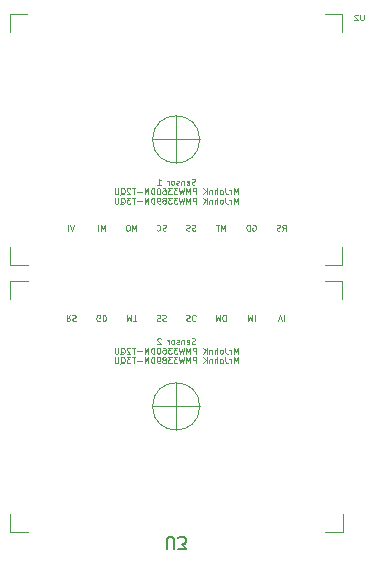
<source format=gbr>
%TF.GenerationSoftware,KiCad,Pcbnew,(6.0.9-0)*%
%TF.CreationDate,2022-12-21T15:53:10-08:00*%
%TF.ProjectId,trackball,74726163-6b62-4616-9c6c-2e6b69636164,v01*%
%TF.SameCoordinates,Original*%
%TF.FileFunction,Legend,Bot*%
%TF.FilePolarity,Positive*%
%FSLAX46Y46*%
G04 Gerber Fmt 4.6, Leading zero omitted, Abs format (unit mm)*
G04 Created by KiCad (PCBNEW (6.0.9-0)) date 2022-12-21 15:53:10*
%MOMM*%
%LPD*%
G01*
G04 APERTURE LIST*
%ADD10C,0.100000*%
%ADD11C,0.125000*%
%ADD12C,0.150000*%
%ADD13C,0.120000*%
G04 APERTURE END LIST*
D10*
X146095238Y-152297380D02*
X146023809Y-152321190D01*
X145904761Y-152321190D01*
X145857142Y-152297380D01*
X145833333Y-152273571D01*
X145809523Y-152225952D01*
X145809523Y-152178333D01*
X145833333Y-152130714D01*
X145857142Y-152106904D01*
X145904761Y-152083095D01*
X146000000Y-152059285D01*
X146047619Y-152035476D01*
X146071428Y-152011666D01*
X146095238Y-151964047D01*
X146095238Y-151916428D01*
X146071428Y-151868809D01*
X146047619Y-151845000D01*
X146000000Y-151821190D01*
X145880952Y-151821190D01*
X145809523Y-151845000D01*
X145404761Y-152297380D02*
X145452380Y-152321190D01*
X145547619Y-152321190D01*
X145595238Y-152297380D01*
X145619047Y-152249761D01*
X145619047Y-152059285D01*
X145595238Y-152011666D01*
X145547619Y-151987857D01*
X145452380Y-151987857D01*
X145404761Y-152011666D01*
X145380952Y-152059285D01*
X145380952Y-152106904D01*
X145619047Y-152154523D01*
X145166666Y-151987857D02*
X145166666Y-152321190D01*
X145166666Y-152035476D02*
X145142857Y-152011666D01*
X145095238Y-151987857D01*
X145023809Y-151987857D01*
X144976190Y-152011666D01*
X144952380Y-152059285D01*
X144952380Y-152321190D01*
X144738095Y-152297380D02*
X144690476Y-152321190D01*
X144595238Y-152321190D01*
X144547619Y-152297380D01*
X144523809Y-152249761D01*
X144523809Y-152225952D01*
X144547619Y-152178333D01*
X144595238Y-152154523D01*
X144666666Y-152154523D01*
X144714285Y-152130714D01*
X144738095Y-152083095D01*
X144738095Y-152059285D01*
X144714285Y-152011666D01*
X144666666Y-151987857D01*
X144595238Y-151987857D01*
X144547619Y-152011666D01*
X144238095Y-152321190D02*
X144285714Y-152297380D01*
X144309523Y-152273571D01*
X144333333Y-152225952D01*
X144333333Y-152083095D01*
X144309523Y-152035476D01*
X144285714Y-152011666D01*
X144238095Y-151987857D01*
X144166666Y-151987857D01*
X144119047Y-152011666D01*
X144095238Y-152035476D01*
X144071428Y-152083095D01*
X144071428Y-152225952D01*
X144095238Y-152273571D01*
X144119047Y-152297380D01*
X144166666Y-152321190D01*
X144238095Y-152321190D01*
X143857142Y-152321190D02*
X143857142Y-151987857D01*
X143857142Y-152083095D02*
X143833333Y-152035476D01*
X143809523Y-152011666D01*
X143761904Y-151987857D01*
X143714285Y-151987857D01*
X143190476Y-151868809D02*
X143166666Y-151845000D01*
X143119047Y-151821190D01*
X143000000Y-151821190D01*
X142952380Y-151845000D01*
X142928571Y-151868809D01*
X142904761Y-151916428D01*
X142904761Y-151964047D01*
X142928571Y-152035476D01*
X143214285Y-152321190D01*
X142904761Y-152321190D01*
X149702380Y-153126190D02*
X149702380Y-152626190D01*
X149535714Y-152983333D01*
X149369047Y-152626190D01*
X149369047Y-153126190D01*
X149130952Y-153126190D02*
X149130952Y-152792857D01*
X149130952Y-152888095D02*
X149107142Y-152840476D01*
X149083333Y-152816666D01*
X149035714Y-152792857D01*
X148988095Y-152792857D01*
X148678571Y-152626190D02*
X148678571Y-152983333D01*
X148702380Y-153054761D01*
X148750000Y-153102380D01*
X148821428Y-153126190D01*
X148869047Y-153126190D01*
X148369047Y-153126190D02*
X148416666Y-153102380D01*
X148440476Y-153078571D01*
X148464285Y-153030952D01*
X148464285Y-152888095D01*
X148440476Y-152840476D01*
X148416666Y-152816666D01*
X148369047Y-152792857D01*
X148297619Y-152792857D01*
X148250000Y-152816666D01*
X148226190Y-152840476D01*
X148202380Y-152888095D01*
X148202380Y-153030952D01*
X148226190Y-153078571D01*
X148250000Y-153102380D01*
X148297619Y-153126190D01*
X148369047Y-153126190D01*
X147988095Y-153126190D02*
X147988095Y-152626190D01*
X147773809Y-153126190D02*
X147773809Y-152864285D01*
X147797619Y-152816666D01*
X147845238Y-152792857D01*
X147916666Y-152792857D01*
X147964285Y-152816666D01*
X147988095Y-152840476D01*
X147535714Y-152792857D02*
X147535714Y-153126190D01*
X147535714Y-152840476D02*
X147511904Y-152816666D01*
X147464285Y-152792857D01*
X147392857Y-152792857D01*
X147345238Y-152816666D01*
X147321428Y-152864285D01*
X147321428Y-153126190D01*
X147083333Y-153126190D02*
X147083333Y-152626190D01*
X146797619Y-153126190D02*
X147011904Y-152840476D01*
X146797619Y-152626190D02*
X147083333Y-152911904D01*
X146202380Y-153126190D02*
X146202380Y-152626190D01*
X146011904Y-152626190D01*
X145964285Y-152650000D01*
X145940476Y-152673809D01*
X145916666Y-152721428D01*
X145916666Y-152792857D01*
X145940476Y-152840476D01*
X145964285Y-152864285D01*
X146011904Y-152888095D01*
X146202380Y-152888095D01*
X145702380Y-153126190D02*
X145702380Y-152626190D01*
X145535714Y-152983333D01*
X145369047Y-152626190D01*
X145369047Y-153126190D01*
X145178571Y-152626190D02*
X145059523Y-153126190D01*
X144964285Y-152769047D01*
X144869047Y-153126190D01*
X144750000Y-152626190D01*
X144607142Y-152626190D02*
X144297619Y-152626190D01*
X144464285Y-152816666D01*
X144392857Y-152816666D01*
X144345238Y-152840476D01*
X144321428Y-152864285D01*
X144297619Y-152911904D01*
X144297619Y-153030952D01*
X144321428Y-153078571D01*
X144345238Y-153102380D01*
X144392857Y-153126190D01*
X144535714Y-153126190D01*
X144583333Y-153102380D01*
X144607142Y-153078571D01*
X144130952Y-152626190D02*
X143821428Y-152626190D01*
X143988095Y-152816666D01*
X143916666Y-152816666D01*
X143869047Y-152840476D01*
X143845238Y-152864285D01*
X143821428Y-152911904D01*
X143821428Y-153030952D01*
X143845238Y-153078571D01*
X143869047Y-153102380D01*
X143916666Y-153126190D01*
X144059523Y-153126190D01*
X144107142Y-153102380D01*
X144130952Y-153078571D01*
X143392857Y-152626190D02*
X143488095Y-152626190D01*
X143535714Y-152650000D01*
X143559523Y-152673809D01*
X143607142Y-152745238D01*
X143630952Y-152840476D01*
X143630952Y-153030952D01*
X143607142Y-153078571D01*
X143583333Y-153102380D01*
X143535714Y-153126190D01*
X143440476Y-153126190D01*
X143392857Y-153102380D01*
X143369047Y-153078571D01*
X143345238Y-153030952D01*
X143345238Y-152911904D01*
X143369047Y-152864285D01*
X143392857Y-152840476D01*
X143440476Y-152816666D01*
X143535714Y-152816666D01*
X143583333Y-152840476D01*
X143607142Y-152864285D01*
X143630952Y-152911904D01*
X143035714Y-152626190D02*
X142988095Y-152626190D01*
X142940476Y-152650000D01*
X142916666Y-152673809D01*
X142892857Y-152721428D01*
X142869047Y-152816666D01*
X142869047Y-152935714D01*
X142892857Y-153030952D01*
X142916666Y-153078571D01*
X142940476Y-153102380D01*
X142988095Y-153126190D01*
X143035714Y-153126190D01*
X143083333Y-153102380D01*
X143107142Y-153078571D01*
X143130952Y-153030952D01*
X143154761Y-152935714D01*
X143154761Y-152816666D01*
X143130952Y-152721428D01*
X143107142Y-152673809D01*
X143083333Y-152650000D01*
X143035714Y-152626190D01*
X142654761Y-153126190D02*
X142654761Y-152626190D01*
X142535714Y-152626190D01*
X142464285Y-152650000D01*
X142416666Y-152697619D01*
X142392857Y-152745238D01*
X142369047Y-152840476D01*
X142369047Y-152911904D01*
X142392857Y-153007142D01*
X142416666Y-153054761D01*
X142464285Y-153102380D01*
X142535714Y-153126190D01*
X142654761Y-153126190D01*
X142154761Y-153126190D02*
X142154761Y-152626190D01*
X141988095Y-152983333D01*
X141821428Y-152626190D01*
X141821428Y-153126190D01*
X141583333Y-152935714D02*
X141202380Y-152935714D01*
X141035714Y-152626190D02*
X140750000Y-152626190D01*
X140892857Y-153126190D02*
X140892857Y-152626190D01*
X140607142Y-152673809D02*
X140583333Y-152650000D01*
X140535714Y-152626190D01*
X140416666Y-152626190D01*
X140369047Y-152650000D01*
X140345238Y-152673809D01*
X140321428Y-152721428D01*
X140321428Y-152769047D01*
X140345238Y-152840476D01*
X140630952Y-153126190D01*
X140321428Y-153126190D01*
X139773809Y-153173809D02*
X139821428Y-153150000D01*
X139869047Y-153102380D01*
X139940476Y-153030952D01*
X139988095Y-153007142D01*
X140035714Y-153007142D01*
X140011904Y-153126190D02*
X140059523Y-153102380D01*
X140107142Y-153054761D01*
X140130952Y-152959523D01*
X140130952Y-152792857D01*
X140107142Y-152697619D01*
X140059523Y-152650000D01*
X140011904Y-152626190D01*
X139916666Y-152626190D01*
X139869047Y-152650000D01*
X139821428Y-152697619D01*
X139797619Y-152792857D01*
X139797619Y-152959523D01*
X139821428Y-153054761D01*
X139869047Y-153102380D01*
X139916666Y-153126190D01*
X140011904Y-153126190D01*
X139583333Y-152626190D02*
X139583333Y-153030952D01*
X139559523Y-153078571D01*
X139535714Y-153102380D01*
X139488095Y-153126190D01*
X139392857Y-153126190D01*
X139345238Y-153102380D01*
X139321428Y-153078571D01*
X139297619Y-153030952D01*
X139297619Y-152626190D01*
X149702380Y-153931190D02*
X149702380Y-153431190D01*
X149535714Y-153788333D01*
X149369047Y-153431190D01*
X149369047Y-153931190D01*
X149130952Y-153931190D02*
X149130952Y-153597857D01*
X149130952Y-153693095D02*
X149107142Y-153645476D01*
X149083333Y-153621666D01*
X149035714Y-153597857D01*
X148988095Y-153597857D01*
X148678571Y-153431190D02*
X148678571Y-153788333D01*
X148702380Y-153859761D01*
X148750000Y-153907380D01*
X148821428Y-153931190D01*
X148869047Y-153931190D01*
X148369047Y-153931190D02*
X148416666Y-153907380D01*
X148440476Y-153883571D01*
X148464285Y-153835952D01*
X148464285Y-153693095D01*
X148440476Y-153645476D01*
X148416666Y-153621666D01*
X148369047Y-153597857D01*
X148297619Y-153597857D01*
X148250000Y-153621666D01*
X148226190Y-153645476D01*
X148202380Y-153693095D01*
X148202380Y-153835952D01*
X148226190Y-153883571D01*
X148250000Y-153907380D01*
X148297619Y-153931190D01*
X148369047Y-153931190D01*
X147988095Y-153931190D02*
X147988095Y-153431190D01*
X147773809Y-153931190D02*
X147773809Y-153669285D01*
X147797619Y-153621666D01*
X147845238Y-153597857D01*
X147916666Y-153597857D01*
X147964285Y-153621666D01*
X147988095Y-153645476D01*
X147535714Y-153597857D02*
X147535714Y-153931190D01*
X147535714Y-153645476D02*
X147511904Y-153621666D01*
X147464285Y-153597857D01*
X147392857Y-153597857D01*
X147345238Y-153621666D01*
X147321428Y-153669285D01*
X147321428Y-153931190D01*
X147083333Y-153931190D02*
X147083333Y-153431190D01*
X146797619Y-153931190D02*
X147011904Y-153645476D01*
X146797619Y-153431190D02*
X147083333Y-153716904D01*
X146202380Y-153931190D02*
X146202380Y-153431190D01*
X146011904Y-153431190D01*
X145964285Y-153455000D01*
X145940476Y-153478809D01*
X145916666Y-153526428D01*
X145916666Y-153597857D01*
X145940476Y-153645476D01*
X145964285Y-153669285D01*
X146011904Y-153693095D01*
X146202380Y-153693095D01*
X145702380Y-153931190D02*
X145702380Y-153431190D01*
X145535714Y-153788333D01*
X145369047Y-153431190D01*
X145369047Y-153931190D01*
X145178571Y-153431190D02*
X145059523Y-153931190D01*
X144964285Y-153574047D01*
X144869047Y-153931190D01*
X144750000Y-153431190D01*
X144607142Y-153431190D02*
X144297619Y-153431190D01*
X144464285Y-153621666D01*
X144392857Y-153621666D01*
X144345238Y-153645476D01*
X144321428Y-153669285D01*
X144297619Y-153716904D01*
X144297619Y-153835952D01*
X144321428Y-153883571D01*
X144345238Y-153907380D01*
X144392857Y-153931190D01*
X144535714Y-153931190D01*
X144583333Y-153907380D01*
X144607142Y-153883571D01*
X144130952Y-153431190D02*
X143821428Y-153431190D01*
X143988095Y-153621666D01*
X143916666Y-153621666D01*
X143869047Y-153645476D01*
X143845238Y-153669285D01*
X143821428Y-153716904D01*
X143821428Y-153835952D01*
X143845238Y-153883571D01*
X143869047Y-153907380D01*
X143916666Y-153931190D01*
X144059523Y-153931190D01*
X144107142Y-153907380D01*
X144130952Y-153883571D01*
X143535714Y-153645476D02*
X143583333Y-153621666D01*
X143607142Y-153597857D01*
X143630952Y-153550238D01*
X143630952Y-153526428D01*
X143607142Y-153478809D01*
X143583333Y-153455000D01*
X143535714Y-153431190D01*
X143440476Y-153431190D01*
X143392857Y-153455000D01*
X143369047Y-153478809D01*
X143345238Y-153526428D01*
X143345238Y-153550238D01*
X143369047Y-153597857D01*
X143392857Y-153621666D01*
X143440476Y-153645476D01*
X143535714Y-153645476D01*
X143583333Y-153669285D01*
X143607142Y-153693095D01*
X143630952Y-153740714D01*
X143630952Y-153835952D01*
X143607142Y-153883571D01*
X143583333Y-153907380D01*
X143535714Y-153931190D01*
X143440476Y-153931190D01*
X143392857Y-153907380D01*
X143369047Y-153883571D01*
X143345238Y-153835952D01*
X143345238Y-153740714D01*
X143369047Y-153693095D01*
X143392857Y-153669285D01*
X143440476Y-153645476D01*
X143107142Y-153931190D02*
X143011904Y-153931190D01*
X142964285Y-153907380D01*
X142940476Y-153883571D01*
X142892857Y-153812142D01*
X142869047Y-153716904D01*
X142869047Y-153526428D01*
X142892857Y-153478809D01*
X142916666Y-153455000D01*
X142964285Y-153431190D01*
X143059523Y-153431190D01*
X143107142Y-153455000D01*
X143130952Y-153478809D01*
X143154761Y-153526428D01*
X143154761Y-153645476D01*
X143130952Y-153693095D01*
X143107142Y-153716904D01*
X143059523Y-153740714D01*
X142964285Y-153740714D01*
X142916666Y-153716904D01*
X142892857Y-153693095D01*
X142869047Y-153645476D01*
X142654761Y-153931190D02*
X142654761Y-153431190D01*
X142535714Y-153431190D01*
X142464285Y-153455000D01*
X142416666Y-153502619D01*
X142392857Y-153550238D01*
X142369047Y-153645476D01*
X142369047Y-153716904D01*
X142392857Y-153812142D01*
X142416666Y-153859761D01*
X142464285Y-153907380D01*
X142535714Y-153931190D01*
X142654761Y-153931190D01*
X142154761Y-153931190D02*
X142154761Y-153431190D01*
X141988095Y-153788333D01*
X141821428Y-153431190D01*
X141821428Y-153931190D01*
X141583333Y-153740714D02*
X141202380Y-153740714D01*
X141035714Y-153431190D02*
X140750000Y-153431190D01*
X140892857Y-153931190D02*
X140892857Y-153431190D01*
X140630952Y-153431190D02*
X140321428Y-153431190D01*
X140488095Y-153621666D01*
X140416666Y-153621666D01*
X140369047Y-153645476D01*
X140345238Y-153669285D01*
X140321428Y-153716904D01*
X140321428Y-153835952D01*
X140345238Y-153883571D01*
X140369047Y-153907380D01*
X140416666Y-153931190D01*
X140559523Y-153931190D01*
X140607142Y-153907380D01*
X140630952Y-153883571D01*
X139773809Y-153978809D02*
X139821428Y-153955000D01*
X139869047Y-153907380D01*
X139940476Y-153835952D01*
X139988095Y-153812142D01*
X140035714Y-153812142D01*
X140011904Y-153931190D02*
X140059523Y-153907380D01*
X140107142Y-153859761D01*
X140130952Y-153764523D01*
X140130952Y-153597857D01*
X140107142Y-153502619D01*
X140059523Y-153455000D01*
X140011904Y-153431190D01*
X139916666Y-153431190D01*
X139869047Y-153455000D01*
X139821428Y-153502619D01*
X139797619Y-153597857D01*
X139797619Y-153764523D01*
X139821428Y-153859761D01*
X139869047Y-153907380D01*
X139916666Y-153931190D01*
X140011904Y-153931190D01*
X139583333Y-153431190D02*
X139583333Y-153835952D01*
X139559523Y-153883571D01*
X139535714Y-153907380D01*
X139488095Y-153931190D01*
X139392857Y-153931190D01*
X139345238Y-153907380D01*
X139321428Y-153883571D01*
X139297619Y-153835952D01*
X139297619Y-153431190D01*
X146095238Y-138797380D02*
X146023809Y-138821190D01*
X145904761Y-138821190D01*
X145857142Y-138797380D01*
X145833333Y-138773571D01*
X145809523Y-138725952D01*
X145809523Y-138678333D01*
X145833333Y-138630714D01*
X145857142Y-138606904D01*
X145904761Y-138583095D01*
X146000000Y-138559285D01*
X146047619Y-138535476D01*
X146071428Y-138511666D01*
X146095238Y-138464047D01*
X146095238Y-138416428D01*
X146071428Y-138368809D01*
X146047619Y-138345000D01*
X146000000Y-138321190D01*
X145880952Y-138321190D01*
X145809523Y-138345000D01*
X145404761Y-138797380D02*
X145452380Y-138821190D01*
X145547619Y-138821190D01*
X145595238Y-138797380D01*
X145619047Y-138749761D01*
X145619047Y-138559285D01*
X145595238Y-138511666D01*
X145547619Y-138487857D01*
X145452380Y-138487857D01*
X145404761Y-138511666D01*
X145380952Y-138559285D01*
X145380952Y-138606904D01*
X145619047Y-138654523D01*
X145166666Y-138487857D02*
X145166666Y-138821190D01*
X145166666Y-138535476D02*
X145142857Y-138511666D01*
X145095238Y-138487857D01*
X145023809Y-138487857D01*
X144976190Y-138511666D01*
X144952380Y-138559285D01*
X144952380Y-138821190D01*
X144738095Y-138797380D02*
X144690476Y-138821190D01*
X144595238Y-138821190D01*
X144547619Y-138797380D01*
X144523809Y-138749761D01*
X144523809Y-138725952D01*
X144547619Y-138678333D01*
X144595238Y-138654523D01*
X144666666Y-138654523D01*
X144714285Y-138630714D01*
X144738095Y-138583095D01*
X144738095Y-138559285D01*
X144714285Y-138511666D01*
X144666666Y-138487857D01*
X144595238Y-138487857D01*
X144547619Y-138511666D01*
X144238095Y-138821190D02*
X144285714Y-138797380D01*
X144309523Y-138773571D01*
X144333333Y-138725952D01*
X144333333Y-138583095D01*
X144309523Y-138535476D01*
X144285714Y-138511666D01*
X144238095Y-138487857D01*
X144166666Y-138487857D01*
X144119047Y-138511666D01*
X144095238Y-138535476D01*
X144071428Y-138583095D01*
X144071428Y-138725952D01*
X144095238Y-138773571D01*
X144119047Y-138797380D01*
X144166666Y-138821190D01*
X144238095Y-138821190D01*
X143857142Y-138821190D02*
X143857142Y-138487857D01*
X143857142Y-138583095D02*
X143833333Y-138535476D01*
X143809523Y-138511666D01*
X143761904Y-138487857D01*
X143714285Y-138487857D01*
X142904761Y-138821190D02*
X143190476Y-138821190D01*
X143047619Y-138821190D02*
X143047619Y-138321190D01*
X143095238Y-138392619D01*
X143142857Y-138440238D01*
X143190476Y-138464047D01*
X149702380Y-139626190D02*
X149702380Y-139126190D01*
X149535714Y-139483333D01*
X149369047Y-139126190D01*
X149369047Y-139626190D01*
X149130952Y-139626190D02*
X149130952Y-139292857D01*
X149130952Y-139388095D02*
X149107142Y-139340476D01*
X149083333Y-139316666D01*
X149035714Y-139292857D01*
X148988095Y-139292857D01*
X148678571Y-139126190D02*
X148678571Y-139483333D01*
X148702380Y-139554761D01*
X148750000Y-139602380D01*
X148821428Y-139626190D01*
X148869047Y-139626190D01*
X148369047Y-139626190D02*
X148416666Y-139602380D01*
X148440476Y-139578571D01*
X148464285Y-139530952D01*
X148464285Y-139388095D01*
X148440476Y-139340476D01*
X148416666Y-139316666D01*
X148369047Y-139292857D01*
X148297619Y-139292857D01*
X148250000Y-139316666D01*
X148226190Y-139340476D01*
X148202380Y-139388095D01*
X148202380Y-139530952D01*
X148226190Y-139578571D01*
X148250000Y-139602380D01*
X148297619Y-139626190D01*
X148369047Y-139626190D01*
X147988095Y-139626190D02*
X147988095Y-139126190D01*
X147773809Y-139626190D02*
X147773809Y-139364285D01*
X147797619Y-139316666D01*
X147845238Y-139292857D01*
X147916666Y-139292857D01*
X147964285Y-139316666D01*
X147988095Y-139340476D01*
X147535714Y-139292857D02*
X147535714Y-139626190D01*
X147535714Y-139340476D02*
X147511904Y-139316666D01*
X147464285Y-139292857D01*
X147392857Y-139292857D01*
X147345238Y-139316666D01*
X147321428Y-139364285D01*
X147321428Y-139626190D01*
X147083333Y-139626190D02*
X147083333Y-139126190D01*
X146797619Y-139626190D02*
X147011904Y-139340476D01*
X146797619Y-139126190D02*
X147083333Y-139411904D01*
X146202380Y-139626190D02*
X146202380Y-139126190D01*
X146011904Y-139126190D01*
X145964285Y-139150000D01*
X145940476Y-139173809D01*
X145916666Y-139221428D01*
X145916666Y-139292857D01*
X145940476Y-139340476D01*
X145964285Y-139364285D01*
X146011904Y-139388095D01*
X146202380Y-139388095D01*
X145702380Y-139626190D02*
X145702380Y-139126190D01*
X145535714Y-139483333D01*
X145369047Y-139126190D01*
X145369047Y-139626190D01*
X145178571Y-139126190D02*
X145059523Y-139626190D01*
X144964285Y-139269047D01*
X144869047Y-139626190D01*
X144750000Y-139126190D01*
X144607142Y-139126190D02*
X144297619Y-139126190D01*
X144464285Y-139316666D01*
X144392857Y-139316666D01*
X144345238Y-139340476D01*
X144321428Y-139364285D01*
X144297619Y-139411904D01*
X144297619Y-139530952D01*
X144321428Y-139578571D01*
X144345238Y-139602380D01*
X144392857Y-139626190D01*
X144535714Y-139626190D01*
X144583333Y-139602380D01*
X144607142Y-139578571D01*
X144130952Y-139126190D02*
X143821428Y-139126190D01*
X143988095Y-139316666D01*
X143916666Y-139316666D01*
X143869047Y-139340476D01*
X143845238Y-139364285D01*
X143821428Y-139411904D01*
X143821428Y-139530952D01*
X143845238Y-139578571D01*
X143869047Y-139602380D01*
X143916666Y-139626190D01*
X144059523Y-139626190D01*
X144107142Y-139602380D01*
X144130952Y-139578571D01*
X143392857Y-139126190D02*
X143488095Y-139126190D01*
X143535714Y-139150000D01*
X143559523Y-139173809D01*
X143607142Y-139245238D01*
X143630952Y-139340476D01*
X143630952Y-139530952D01*
X143607142Y-139578571D01*
X143583333Y-139602380D01*
X143535714Y-139626190D01*
X143440476Y-139626190D01*
X143392857Y-139602380D01*
X143369047Y-139578571D01*
X143345238Y-139530952D01*
X143345238Y-139411904D01*
X143369047Y-139364285D01*
X143392857Y-139340476D01*
X143440476Y-139316666D01*
X143535714Y-139316666D01*
X143583333Y-139340476D01*
X143607142Y-139364285D01*
X143630952Y-139411904D01*
X143035714Y-139126190D02*
X142988095Y-139126190D01*
X142940476Y-139150000D01*
X142916666Y-139173809D01*
X142892857Y-139221428D01*
X142869047Y-139316666D01*
X142869047Y-139435714D01*
X142892857Y-139530952D01*
X142916666Y-139578571D01*
X142940476Y-139602380D01*
X142988095Y-139626190D01*
X143035714Y-139626190D01*
X143083333Y-139602380D01*
X143107142Y-139578571D01*
X143130952Y-139530952D01*
X143154761Y-139435714D01*
X143154761Y-139316666D01*
X143130952Y-139221428D01*
X143107142Y-139173809D01*
X143083333Y-139150000D01*
X143035714Y-139126190D01*
X142654761Y-139626190D02*
X142654761Y-139126190D01*
X142535714Y-139126190D01*
X142464285Y-139150000D01*
X142416666Y-139197619D01*
X142392857Y-139245238D01*
X142369047Y-139340476D01*
X142369047Y-139411904D01*
X142392857Y-139507142D01*
X142416666Y-139554761D01*
X142464285Y-139602380D01*
X142535714Y-139626190D01*
X142654761Y-139626190D01*
X142154761Y-139626190D02*
X142154761Y-139126190D01*
X141988095Y-139483333D01*
X141821428Y-139126190D01*
X141821428Y-139626190D01*
X141583333Y-139435714D02*
X141202380Y-139435714D01*
X141035714Y-139126190D02*
X140750000Y-139126190D01*
X140892857Y-139626190D02*
X140892857Y-139126190D01*
X140607142Y-139173809D02*
X140583333Y-139150000D01*
X140535714Y-139126190D01*
X140416666Y-139126190D01*
X140369047Y-139150000D01*
X140345238Y-139173809D01*
X140321428Y-139221428D01*
X140321428Y-139269047D01*
X140345238Y-139340476D01*
X140630952Y-139626190D01*
X140321428Y-139626190D01*
X139773809Y-139673809D02*
X139821428Y-139650000D01*
X139869047Y-139602380D01*
X139940476Y-139530952D01*
X139988095Y-139507142D01*
X140035714Y-139507142D01*
X140011904Y-139626190D02*
X140059523Y-139602380D01*
X140107142Y-139554761D01*
X140130952Y-139459523D01*
X140130952Y-139292857D01*
X140107142Y-139197619D01*
X140059523Y-139150000D01*
X140011904Y-139126190D01*
X139916666Y-139126190D01*
X139869047Y-139150000D01*
X139821428Y-139197619D01*
X139797619Y-139292857D01*
X139797619Y-139459523D01*
X139821428Y-139554761D01*
X139869047Y-139602380D01*
X139916666Y-139626190D01*
X140011904Y-139626190D01*
X139583333Y-139126190D02*
X139583333Y-139530952D01*
X139559523Y-139578571D01*
X139535714Y-139602380D01*
X139488095Y-139626190D01*
X139392857Y-139626190D01*
X139345238Y-139602380D01*
X139321428Y-139578571D01*
X139297619Y-139530952D01*
X139297619Y-139126190D01*
X149702380Y-140431190D02*
X149702380Y-139931190D01*
X149535714Y-140288333D01*
X149369047Y-139931190D01*
X149369047Y-140431190D01*
X149130952Y-140431190D02*
X149130952Y-140097857D01*
X149130952Y-140193095D02*
X149107142Y-140145476D01*
X149083333Y-140121666D01*
X149035714Y-140097857D01*
X148988095Y-140097857D01*
X148678571Y-139931190D02*
X148678571Y-140288333D01*
X148702380Y-140359761D01*
X148750000Y-140407380D01*
X148821428Y-140431190D01*
X148869047Y-140431190D01*
X148369047Y-140431190D02*
X148416666Y-140407380D01*
X148440476Y-140383571D01*
X148464285Y-140335952D01*
X148464285Y-140193095D01*
X148440476Y-140145476D01*
X148416666Y-140121666D01*
X148369047Y-140097857D01*
X148297619Y-140097857D01*
X148250000Y-140121666D01*
X148226190Y-140145476D01*
X148202380Y-140193095D01*
X148202380Y-140335952D01*
X148226190Y-140383571D01*
X148250000Y-140407380D01*
X148297619Y-140431190D01*
X148369047Y-140431190D01*
X147988095Y-140431190D02*
X147988095Y-139931190D01*
X147773809Y-140431190D02*
X147773809Y-140169285D01*
X147797619Y-140121666D01*
X147845238Y-140097857D01*
X147916666Y-140097857D01*
X147964285Y-140121666D01*
X147988095Y-140145476D01*
X147535714Y-140097857D02*
X147535714Y-140431190D01*
X147535714Y-140145476D02*
X147511904Y-140121666D01*
X147464285Y-140097857D01*
X147392857Y-140097857D01*
X147345238Y-140121666D01*
X147321428Y-140169285D01*
X147321428Y-140431190D01*
X147083333Y-140431190D02*
X147083333Y-139931190D01*
X146797619Y-140431190D02*
X147011904Y-140145476D01*
X146797619Y-139931190D02*
X147083333Y-140216904D01*
X146202380Y-140431190D02*
X146202380Y-139931190D01*
X146011904Y-139931190D01*
X145964285Y-139955000D01*
X145940476Y-139978809D01*
X145916666Y-140026428D01*
X145916666Y-140097857D01*
X145940476Y-140145476D01*
X145964285Y-140169285D01*
X146011904Y-140193095D01*
X146202380Y-140193095D01*
X145702380Y-140431190D02*
X145702380Y-139931190D01*
X145535714Y-140288333D01*
X145369047Y-139931190D01*
X145369047Y-140431190D01*
X145178571Y-139931190D02*
X145059523Y-140431190D01*
X144964285Y-140074047D01*
X144869047Y-140431190D01*
X144750000Y-139931190D01*
X144607142Y-139931190D02*
X144297619Y-139931190D01*
X144464285Y-140121666D01*
X144392857Y-140121666D01*
X144345238Y-140145476D01*
X144321428Y-140169285D01*
X144297619Y-140216904D01*
X144297619Y-140335952D01*
X144321428Y-140383571D01*
X144345238Y-140407380D01*
X144392857Y-140431190D01*
X144535714Y-140431190D01*
X144583333Y-140407380D01*
X144607142Y-140383571D01*
X144130952Y-139931190D02*
X143821428Y-139931190D01*
X143988095Y-140121666D01*
X143916666Y-140121666D01*
X143869047Y-140145476D01*
X143845238Y-140169285D01*
X143821428Y-140216904D01*
X143821428Y-140335952D01*
X143845238Y-140383571D01*
X143869047Y-140407380D01*
X143916666Y-140431190D01*
X144059523Y-140431190D01*
X144107142Y-140407380D01*
X144130952Y-140383571D01*
X143535714Y-140145476D02*
X143583333Y-140121666D01*
X143607142Y-140097857D01*
X143630952Y-140050238D01*
X143630952Y-140026428D01*
X143607142Y-139978809D01*
X143583333Y-139955000D01*
X143535714Y-139931190D01*
X143440476Y-139931190D01*
X143392857Y-139955000D01*
X143369047Y-139978809D01*
X143345238Y-140026428D01*
X143345238Y-140050238D01*
X143369047Y-140097857D01*
X143392857Y-140121666D01*
X143440476Y-140145476D01*
X143535714Y-140145476D01*
X143583333Y-140169285D01*
X143607142Y-140193095D01*
X143630952Y-140240714D01*
X143630952Y-140335952D01*
X143607142Y-140383571D01*
X143583333Y-140407380D01*
X143535714Y-140431190D01*
X143440476Y-140431190D01*
X143392857Y-140407380D01*
X143369047Y-140383571D01*
X143345238Y-140335952D01*
X143345238Y-140240714D01*
X143369047Y-140193095D01*
X143392857Y-140169285D01*
X143440476Y-140145476D01*
X143107142Y-140431190D02*
X143011904Y-140431190D01*
X142964285Y-140407380D01*
X142940476Y-140383571D01*
X142892857Y-140312142D01*
X142869047Y-140216904D01*
X142869047Y-140026428D01*
X142892857Y-139978809D01*
X142916666Y-139955000D01*
X142964285Y-139931190D01*
X143059523Y-139931190D01*
X143107142Y-139955000D01*
X143130952Y-139978809D01*
X143154761Y-140026428D01*
X143154761Y-140145476D01*
X143130952Y-140193095D01*
X143107142Y-140216904D01*
X143059523Y-140240714D01*
X142964285Y-140240714D01*
X142916666Y-140216904D01*
X142892857Y-140193095D01*
X142869047Y-140145476D01*
X142654761Y-140431190D02*
X142654761Y-139931190D01*
X142535714Y-139931190D01*
X142464285Y-139955000D01*
X142416666Y-140002619D01*
X142392857Y-140050238D01*
X142369047Y-140145476D01*
X142369047Y-140216904D01*
X142392857Y-140312142D01*
X142416666Y-140359761D01*
X142464285Y-140407380D01*
X142535714Y-140431190D01*
X142654761Y-140431190D01*
X142154761Y-140431190D02*
X142154761Y-139931190D01*
X141988095Y-140288333D01*
X141821428Y-139931190D01*
X141821428Y-140431190D01*
X141583333Y-140240714D02*
X141202380Y-140240714D01*
X141035714Y-139931190D02*
X140750000Y-139931190D01*
X140892857Y-140431190D02*
X140892857Y-139931190D01*
X140630952Y-139931190D02*
X140321428Y-139931190D01*
X140488095Y-140121666D01*
X140416666Y-140121666D01*
X140369047Y-140145476D01*
X140345238Y-140169285D01*
X140321428Y-140216904D01*
X140321428Y-140335952D01*
X140345238Y-140383571D01*
X140369047Y-140407380D01*
X140416666Y-140431190D01*
X140559523Y-140431190D01*
X140607142Y-140407380D01*
X140630952Y-140383571D01*
X139773809Y-140478809D02*
X139821428Y-140455000D01*
X139869047Y-140407380D01*
X139940476Y-140335952D01*
X139988095Y-140312142D01*
X140035714Y-140312142D01*
X140011904Y-140431190D02*
X140059523Y-140407380D01*
X140107142Y-140359761D01*
X140130952Y-140264523D01*
X140130952Y-140097857D01*
X140107142Y-140002619D01*
X140059523Y-139955000D01*
X140011904Y-139931190D01*
X139916666Y-139931190D01*
X139869047Y-139955000D01*
X139821428Y-140002619D01*
X139797619Y-140097857D01*
X139797619Y-140264523D01*
X139821428Y-140359761D01*
X139869047Y-140407380D01*
X139916666Y-140431190D01*
X140011904Y-140431190D01*
X139583333Y-139931190D02*
X139583333Y-140335952D01*
X139559523Y-140383571D01*
X139535714Y-140407380D01*
X139488095Y-140431190D01*
X139392857Y-140431190D01*
X139345238Y-140407380D01*
X139321428Y-140383571D01*
X139297619Y-140335952D01*
X139297619Y-139931190D01*
%TO.C,U2*%
X160380952Y-124426190D02*
X160380952Y-124830952D01*
X160357142Y-124878571D01*
X160333333Y-124902380D01*
X160285714Y-124926190D01*
X160190476Y-124926190D01*
X160142857Y-124902380D01*
X160119047Y-124878571D01*
X160095238Y-124830952D01*
X160095238Y-124426190D01*
X159880952Y-124473809D02*
X159857142Y-124450000D01*
X159809523Y-124426190D01*
X159690476Y-124426190D01*
X159642857Y-124450000D01*
X159619047Y-124473809D01*
X159595238Y-124521428D01*
X159595238Y-124569047D01*
X159619047Y-124640476D01*
X159904761Y-124926190D01*
X159595238Y-124926190D01*
D11*
X138435714Y-142726190D02*
X138435714Y-142226190D01*
X138269047Y-142583333D01*
X138102380Y-142226190D01*
X138102380Y-142726190D01*
X137864285Y-142726190D02*
X137864285Y-142226190D01*
X141128571Y-142726190D02*
X141128571Y-142226190D01*
X140961904Y-142583333D01*
X140795238Y-142226190D01*
X140795238Y-142726190D01*
X140461904Y-142226190D02*
X140366666Y-142226190D01*
X140319047Y-142250000D01*
X140271428Y-142297619D01*
X140247619Y-142392857D01*
X140247619Y-142559523D01*
X140271428Y-142654761D01*
X140319047Y-142702380D01*
X140366666Y-142726190D01*
X140461904Y-142726190D01*
X140509523Y-142702380D01*
X140557142Y-142654761D01*
X140580952Y-142559523D01*
X140580952Y-142392857D01*
X140557142Y-142297619D01*
X140509523Y-142250000D01*
X140461904Y-142226190D01*
X143642857Y-142702380D02*
X143571428Y-142726190D01*
X143452380Y-142726190D01*
X143404761Y-142702380D01*
X143380952Y-142678571D01*
X143357142Y-142630952D01*
X143357142Y-142583333D01*
X143380952Y-142535714D01*
X143404761Y-142511904D01*
X143452380Y-142488095D01*
X143547619Y-142464285D01*
X143595238Y-142440476D01*
X143619047Y-142416666D01*
X143642857Y-142369047D01*
X143642857Y-142321428D01*
X143619047Y-142273809D01*
X143595238Y-142250000D01*
X143547619Y-142226190D01*
X143428571Y-142226190D01*
X143357142Y-142250000D01*
X142857142Y-142678571D02*
X142880952Y-142702380D01*
X142952380Y-142726190D01*
X143000000Y-142726190D01*
X143071428Y-142702380D01*
X143119047Y-142654761D01*
X143142857Y-142607142D01*
X143166666Y-142511904D01*
X143166666Y-142440476D01*
X143142857Y-142345238D01*
X143119047Y-142297619D01*
X143071428Y-142250000D01*
X143000000Y-142226190D01*
X142952380Y-142226190D01*
X142880952Y-142250000D01*
X142857142Y-142273809D01*
X148657142Y-142726190D02*
X148657142Y-142226190D01*
X148490476Y-142583333D01*
X148323809Y-142226190D01*
X148323809Y-142726190D01*
X148157142Y-142226190D02*
X147871428Y-142226190D01*
X148014285Y-142726190D02*
X148014285Y-142226190D01*
X150969047Y-142250000D02*
X151016666Y-142226190D01*
X151088095Y-142226190D01*
X151159523Y-142250000D01*
X151207142Y-142297619D01*
X151230952Y-142345238D01*
X151254761Y-142440476D01*
X151254761Y-142511904D01*
X151230952Y-142607142D01*
X151207142Y-142654761D01*
X151159523Y-142702380D01*
X151088095Y-142726190D01*
X151040476Y-142726190D01*
X150969047Y-142702380D01*
X150945238Y-142678571D01*
X150945238Y-142511904D01*
X151040476Y-142511904D01*
X150730952Y-142726190D02*
X150730952Y-142226190D01*
X150611904Y-142226190D01*
X150540476Y-142250000D01*
X150492857Y-142297619D01*
X150469047Y-142345238D01*
X150445238Y-142440476D01*
X150445238Y-142511904D01*
X150469047Y-142607142D01*
X150492857Y-142654761D01*
X150540476Y-142702380D01*
X150611904Y-142726190D01*
X150730952Y-142726190D01*
X153483333Y-142726190D02*
X153650000Y-142488095D01*
X153769047Y-142726190D02*
X153769047Y-142226190D01*
X153578571Y-142226190D01*
X153530952Y-142250000D01*
X153507142Y-142273809D01*
X153483333Y-142321428D01*
X153483333Y-142392857D01*
X153507142Y-142440476D01*
X153530952Y-142464285D01*
X153578571Y-142488095D01*
X153769047Y-142488095D01*
X153292857Y-142702380D02*
X153221428Y-142726190D01*
X153102380Y-142726190D01*
X153054761Y-142702380D01*
X153030952Y-142678571D01*
X153007142Y-142630952D01*
X153007142Y-142583333D01*
X153030952Y-142535714D01*
X153054761Y-142511904D01*
X153102380Y-142488095D01*
X153197619Y-142464285D01*
X153245238Y-142440476D01*
X153269047Y-142416666D01*
X153292857Y-142369047D01*
X153292857Y-142321428D01*
X153269047Y-142273809D01*
X153245238Y-142250000D01*
X153197619Y-142226190D01*
X153078571Y-142226190D01*
X153007142Y-142250000D01*
X146130952Y-142702380D02*
X146059523Y-142726190D01*
X145940476Y-142726190D01*
X145892857Y-142702380D01*
X145869047Y-142678571D01*
X145845238Y-142630952D01*
X145845238Y-142583333D01*
X145869047Y-142535714D01*
X145892857Y-142511904D01*
X145940476Y-142488095D01*
X146035714Y-142464285D01*
X146083333Y-142440476D01*
X146107142Y-142416666D01*
X146130952Y-142369047D01*
X146130952Y-142321428D01*
X146107142Y-142273809D01*
X146083333Y-142250000D01*
X146035714Y-142226190D01*
X145916666Y-142226190D01*
X145845238Y-142250000D01*
X145654761Y-142702380D02*
X145583333Y-142726190D01*
X145464285Y-142726190D01*
X145416666Y-142702380D01*
X145392857Y-142678571D01*
X145369047Y-142630952D01*
X145369047Y-142583333D01*
X145392857Y-142535714D01*
X145416666Y-142511904D01*
X145464285Y-142488095D01*
X145559523Y-142464285D01*
X145607142Y-142440476D01*
X145630952Y-142416666D01*
X145654761Y-142369047D01*
X145654761Y-142321428D01*
X145630952Y-142273809D01*
X145607142Y-142250000D01*
X145559523Y-142226190D01*
X145440476Y-142226190D01*
X145369047Y-142250000D01*
X135885714Y-142226190D02*
X135719047Y-142726190D01*
X135552380Y-142226190D01*
X135385714Y-142726190D02*
X135385714Y-142226190D01*
D12*
%TO.C,U3*%
X143738095Y-169647619D02*
X143738095Y-168838095D01*
X143785714Y-168742857D01*
X143833333Y-168695238D01*
X143928571Y-168647619D01*
X144119047Y-168647619D01*
X144214285Y-168695238D01*
X144261904Y-168742857D01*
X144309523Y-168838095D01*
X144309523Y-169647619D01*
X144690476Y-169647619D02*
X145309523Y-169647619D01*
X144976190Y-169266666D01*
X145119047Y-169266666D01*
X145214285Y-169219047D01*
X145261904Y-169171428D01*
X145309523Y-169076190D01*
X145309523Y-168838095D01*
X145261904Y-168742857D01*
X145214285Y-168695238D01*
X145119047Y-168647619D01*
X144833333Y-168647619D01*
X144738095Y-168695238D01*
X144690476Y-168742857D01*
D11*
X150564285Y-149873809D02*
X150564285Y-150373809D01*
X150730952Y-150016666D01*
X150897619Y-150373809D01*
X150897619Y-149873809D01*
X151135714Y-149873809D02*
X151135714Y-150373809D01*
X135516666Y-149873809D02*
X135350000Y-150111904D01*
X135230952Y-149873809D02*
X135230952Y-150373809D01*
X135421428Y-150373809D01*
X135469047Y-150350000D01*
X135492857Y-150326190D01*
X135516666Y-150278571D01*
X135516666Y-150207142D01*
X135492857Y-150159523D01*
X135469047Y-150135714D01*
X135421428Y-150111904D01*
X135230952Y-150111904D01*
X135707142Y-149897619D02*
X135778571Y-149873809D01*
X135897619Y-149873809D01*
X135945238Y-149897619D01*
X135969047Y-149921428D01*
X135992857Y-149969047D01*
X135992857Y-150016666D01*
X135969047Y-150064285D01*
X135945238Y-150088095D01*
X135897619Y-150111904D01*
X135802380Y-150135714D01*
X135754761Y-150159523D01*
X135730952Y-150183333D01*
X135707142Y-150230952D01*
X135707142Y-150278571D01*
X135730952Y-150326190D01*
X135754761Y-150350000D01*
X135802380Y-150373809D01*
X135921428Y-150373809D01*
X135992857Y-150350000D01*
X138030952Y-150350000D02*
X137983333Y-150373809D01*
X137911904Y-150373809D01*
X137840476Y-150350000D01*
X137792857Y-150302380D01*
X137769047Y-150254761D01*
X137745238Y-150159523D01*
X137745238Y-150088095D01*
X137769047Y-149992857D01*
X137792857Y-149945238D01*
X137840476Y-149897619D01*
X137911904Y-149873809D01*
X137959523Y-149873809D01*
X138030952Y-149897619D01*
X138054761Y-149921428D01*
X138054761Y-150088095D01*
X137959523Y-150088095D01*
X138269047Y-149873809D02*
X138269047Y-150373809D01*
X138388095Y-150373809D01*
X138459523Y-150350000D01*
X138507142Y-150302380D01*
X138530952Y-150254761D01*
X138554761Y-150159523D01*
X138554761Y-150088095D01*
X138530952Y-149992857D01*
X138507142Y-149945238D01*
X138459523Y-149897619D01*
X138388095Y-149873809D01*
X138269047Y-149873809D01*
X142869047Y-149897619D02*
X142940476Y-149873809D01*
X143059523Y-149873809D01*
X143107142Y-149897619D01*
X143130952Y-149921428D01*
X143154761Y-149969047D01*
X143154761Y-150016666D01*
X143130952Y-150064285D01*
X143107142Y-150088095D01*
X143059523Y-150111904D01*
X142964285Y-150135714D01*
X142916666Y-150159523D01*
X142892857Y-150183333D01*
X142869047Y-150230952D01*
X142869047Y-150278571D01*
X142892857Y-150326190D01*
X142916666Y-150350000D01*
X142964285Y-150373809D01*
X143083333Y-150373809D01*
X143154761Y-150350000D01*
X143345238Y-149897619D02*
X143416666Y-149873809D01*
X143535714Y-149873809D01*
X143583333Y-149897619D01*
X143607142Y-149921428D01*
X143630952Y-149969047D01*
X143630952Y-150016666D01*
X143607142Y-150064285D01*
X143583333Y-150088095D01*
X143535714Y-150111904D01*
X143440476Y-150135714D01*
X143392857Y-150159523D01*
X143369047Y-150183333D01*
X143345238Y-150230952D01*
X143345238Y-150278571D01*
X143369047Y-150326190D01*
X143392857Y-150350000D01*
X143440476Y-150373809D01*
X143559523Y-150373809D01*
X143630952Y-150350000D01*
X147871428Y-149873809D02*
X147871428Y-150373809D01*
X148038095Y-150016666D01*
X148204761Y-150373809D01*
X148204761Y-149873809D01*
X148538095Y-150373809D02*
X148633333Y-150373809D01*
X148680952Y-150350000D01*
X148728571Y-150302380D01*
X148752380Y-150207142D01*
X148752380Y-150040476D01*
X148728571Y-149945238D01*
X148680952Y-149897619D01*
X148633333Y-149873809D01*
X148538095Y-149873809D01*
X148490476Y-149897619D01*
X148442857Y-149945238D01*
X148419047Y-150040476D01*
X148419047Y-150207142D01*
X148442857Y-150302380D01*
X148490476Y-150350000D01*
X148538095Y-150373809D01*
X140342857Y-149873809D02*
X140342857Y-150373809D01*
X140509523Y-150016666D01*
X140676190Y-150373809D01*
X140676190Y-149873809D01*
X140842857Y-150373809D02*
X141128571Y-150373809D01*
X140985714Y-149873809D02*
X140985714Y-150373809D01*
X153114285Y-150373809D02*
X153280952Y-149873809D01*
X153447619Y-150373809D01*
X153614285Y-149873809D02*
X153614285Y-150373809D01*
X145357142Y-149897619D02*
X145428571Y-149873809D01*
X145547619Y-149873809D01*
X145595238Y-149897619D01*
X145619047Y-149921428D01*
X145642857Y-149969047D01*
X145642857Y-150016666D01*
X145619047Y-150064285D01*
X145595238Y-150088095D01*
X145547619Y-150111904D01*
X145452380Y-150135714D01*
X145404761Y-150159523D01*
X145380952Y-150183333D01*
X145357142Y-150230952D01*
X145357142Y-150278571D01*
X145380952Y-150326190D01*
X145404761Y-150350000D01*
X145452380Y-150373809D01*
X145571428Y-150373809D01*
X145642857Y-150350000D01*
X146142857Y-149921428D02*
X146119047Y-149897619D01*
X146047619Y-149873809D01*
X146000000Y-149873809D01*
X145928571Y-149897619D01*
X145880952Y-149945238D01*
X145857142Y-149992857D01*
X145833333Y-150088095D01*
X145833333Y-150159523D01*
X145857142Y-150254761D01*
X145880952Y-150302380D01*
X145928571Y-150350000D01*
X146000000Y-150373809D01*
X146047619Y-150373809D01*
X146119047Y-150350000D01*
X146142857Y-150326190D01*
D13*
%TO.C,U2*%
X131925000Y-145600000D02*
X130425000Y-145600000D01*
X158575000Y-124375000D02*
X158575000Y-125875000D01*
X131900000Y-124375000D02*
X130400000Y-124375000D01*
X157075000Y-145625000D02*
X158575000Y-145625000D01*
X142500000Y-135000000D02*
X146500000Y-135000000D01*
X158575000Y-145625000D02*
X158575000Y-144125000D01*
X157075000Y-124375000D02*
X158575000Y-124375000D01*
X144500000Y-133000000D02*
X144500000Y-137000000D01*
X130400000Y-124375000D02*
X130400000Y-125875000D01*
X130425000Y-145600000D02*
X130425000Y-144100000D01*
D10*
X146500000Y-135000000D02*
G75*
G03*
X146500000Y-135000000I-2000000J0D01*
G01*
D13*
%TO.C,U3*%
X131925000Y-168225000D02*
X130425000Y-168225000D01*
X157075000Y-147000000D02*
X158575000Y-147000000D01*
X157100000Y-168225000D02*
X158600000Y-168225000D01*
X131925000Y-146975000D02*
X130425000Y-146975000D01*
X158575000Y-147000000D02*
X158575000Y-148500000D01*
X130425000Y-146975000D02*
X130425000Y-148475000D01*
X158600000Y-168225000D02*
X158600000Y-166725000D01*
X130425000Y-168225000D02*
X130425000Y-166725000D01*
X146500000Y-157600000D02*
X142500000Y-157600000D01*
X144500000Y-159600000D02*
X144500000Y-155600000D01*
D10*
X146500000Y-157600000D02*
G75*
G03*
X146500000Y-157600000I-2000000J0D01*
G01*
%TD*%
M02*

</source>
